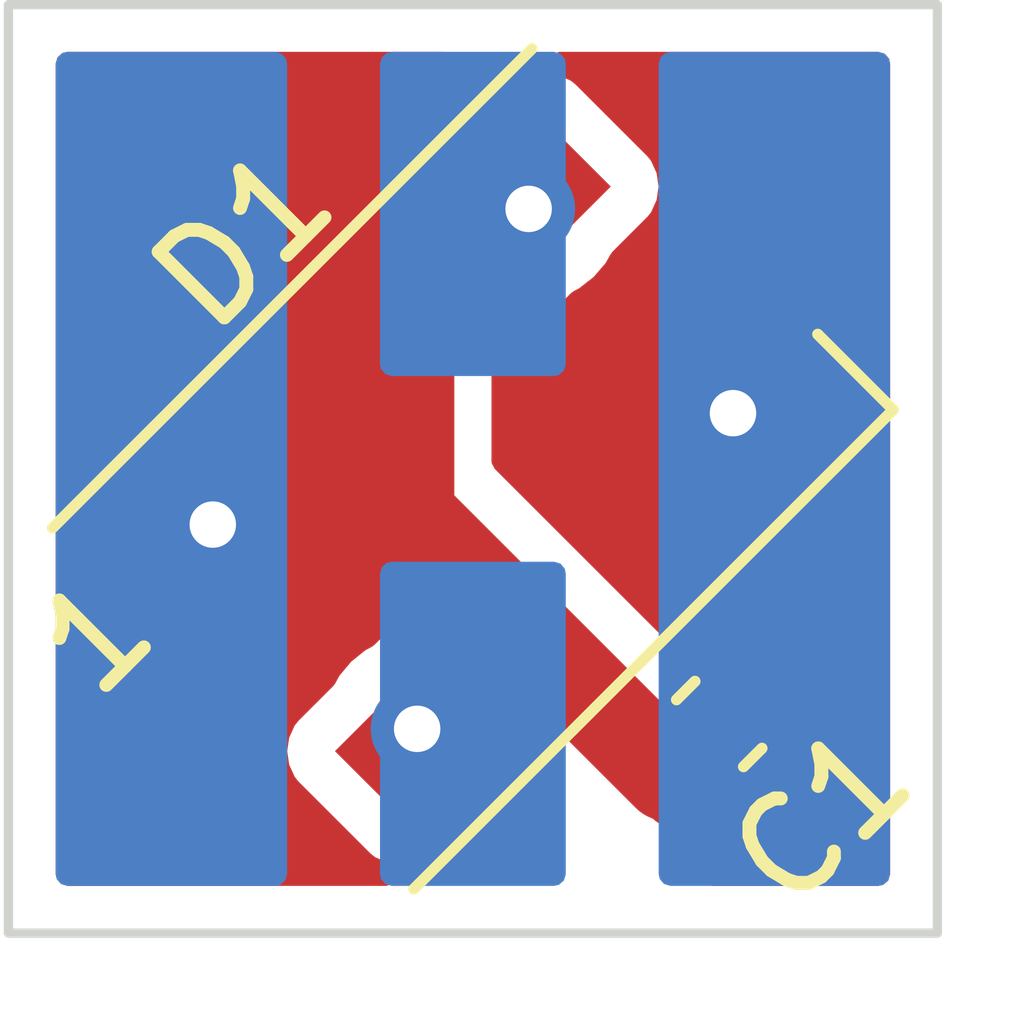
<source format=kicad_pcb>
(kicad_pcb (version 20211014) (generator pcbnew)
  (layers (0 "F.Cu" signal) (31 "B.Cu" signal) (34 "B.Paste" user) (35 "F.Paste" user) (36 "B.SilkS" user "B.Silkscreen") (37 "F.SilkS" user "F.Silkscreen") (38 "B.Mask" user) (39 "F.Mask" user) (44 "Edge.Cuts" user))
  (net 0 "")
  (net 1 "Net-(C1-Pad1)")
  (net 2 "unconnected-(D1-Pad2)")
  (net 3 "Net-(C1-Pad2)")
  (net 4 "unconnected-(D1-Pad4)")
  (footprint "Capacitor_SMD:C_0603_1608Metric" (layer "F.Cu") (at 142.651992 98.748008 45)
    (fp_text reference "C1" (at 0.067894 1.484924 45) (layer "F.SilkS"))
    (fp_text value "C")
    (fp_line (start -0.14058 -0.51) (end 0.14058 -0.51) (layer "F.SilkS") (width 0.12))
    (fp_line (start -0.14058 0.51) (end 0.14058 0.51) (layer "F.SilkS") (width 0.12))
    (pad "1" smd roundrect (at -0.775 0 45) (size 0.9 0.95) (layers "F.Cu" "F.Paste" "F.Mask") (net 1 "Net-(C1-Pad1)"))
    (pad "2" smd roundrect (at 0.775 0 45) (size 0.9 0.95) (layers "F.Cu" "F.Paste" "F.Mask") (net 3 "Net-(C1-Pad2)"))
  )
  (footprint "LED_SMD:LED_WS2812B_PLCC4_5.0x5.0mm_P3.2mm" (layer "F.Cu") (at 140 96 45)
    (fp_text reference "D1" (at 0 -3.5 45) (layer "F.SilkS"))
    (fp_text value "WS2812B")
    (fp_text user "1" (at -4.15 -1.6 45) (layer "F.SilkS"))
    (fp_line (start -3.65 -2.75) (end 3.65 -2.75) (layer "F.SilkS") (width 0.12))
    (fp_line (start -3.65 2.75) (end 3.65 2.75) (layer "F.SilkS") (width 0.12))
    (fp_line (start 3.65 2.75) (end 3.65 1.6) (layer "F.SilkS") (width 0.12))
    (pad "1" smd rect (at -2.45 -1.6 45) (size 1.5 1) (layers "F.Cu" "F.Paste" "F.Mask") (net 1 "Net-(C1-Pad1)"))
    (pad "2" smd rect (at -2.45 1.6 45) (size 1.5 1) (layers "F.Cu" "F.Paste" "F.Mask") (net 2 "unconnected-(D1-Pad2)"))
    (pad "3" smd rect (at 2.45 1.6 45) (size 1.5 1) (layers "F.Cu" "F.Paste" "F.Mask") (net 3 "Net-(C1-Pad2)"))
    (pad "4" smd rect (at 2.45 -1.6 45) (size 1.5 1) (layers "F.Cu" "F.Paste" "F.Mask") (net 4 "unconnected-(D1-Pad4)"))
  )
  (gr_rect (start 135 91) (end 145 101) (layer "Edge.Cuts") (width 0.1) (fill none))
  (segment (start 137.136218 96.601041) (end 139.409009 96.601041) (width 1) (layer "F.Cu") (net 1))
  (segment (start 139.409009 96.601041) (end 142.103984 99.296016) (width 1) (layer "F.Cu") (net 1))
  (via (at 137.2 96.6) (size 1) (drill 0.5) (layers "F.Cu" "B.Cu") (net 1))
  (via (at 139.4 98.8) (size 1) (drill 0.5) (layers "F.Cu" "B.Cu") (net 2))
  (segment (start 143.2 98.2) (end 143.2 95.735177) (width 1) (layer "F.Cu") (net 3))
  (segment (start 143.2 95.735177) (end 142.863782 95.398959) (width 1) (layer "F.Cu") (net 3))
  (via (at 142.8 95.4) (size 1) (drill 0.5) (layers "F.Cu" "B.Cu") (net 3))
  (via (at 140.6 93.2) (size 1) (drill 0.5) (layers "F.Cu" "B.Cu") (net 4))
  (zone (net 3) (net_name "Net-(C1-Pad2)") (layer "F.Cu") (connect_pads yes (clearance 0.508)) (min_thickness 0.254) (fill yes (thermal_gap 0.508) (thermal_bridge_width 0.508))
    (polygon (pts (xy 145 101) (xy 140.2 101) (xy 140.2 96) (xy 140.2 91) (xy 145 91)))
  )
  (zone (net 1) (net_name "Net-(C1-Pad1)") (layer "F.Cu") (connect_pads yes (clearance 0.508)) (min_thickness 0.254) (fill yes (thermal_gap 0.508) (thermal_bridge_width 0.508))
    (polygon (pts (xy 139.8 101) (xy 135 101) (xy 135 91) (xy 139.8 91)))
  )
  (zone (net 3) (net_name "Net-(C1-Pad2)") (layer "B.Cu") (connect_pads (clearance 0.508)) (min_thickness 0.254) (fill yes (thermal_gap 0.508) (thermal_bridge_width 0.508))
    (polygon (pts (xy 145 101) (xy 142 101) (xy 142 91) (xy 145 91)))
  )
  (zone (net 4) (net_name "unconnected-(D1-Pad4)") (layer "B.Cu") (connect_pads (clearance 0.508)) (min_thickness 0.254) (fill yes (thermal_gap 0.508) (thermal_bridge_width 0.508))
    (polygon (pts (xy 141 95) (xy 139 95) (xy 139 91) (xy 141 91)))
  )
  (zone (net 2) (net_name "unconnected-(D1-Pad2)") (layer "B.Cu") (connect_pads (clearance 0.508)) (min_thickness 0.254) (fill yes (thermal_gap 0.508) (thermal_bridge_width 0.508))
    (polygon (pts (xy 141 101) (xy 139 101) (xy 139 97) (xy 141 97)))
  )
  (zone (net 1) (net_name "Net-(C1-Pad1)") (layer "B.Cu") (connect_pads (clearance 0.508)) (min_thickness 0.254) (fill yes (thermal_gap 0.508) (thermal_bridge_width 0.508))
    (polygon (pts (xy 138 101) (xy 135 101) (xy 135 91) (xy 138 91)))
  )
)
</source>
